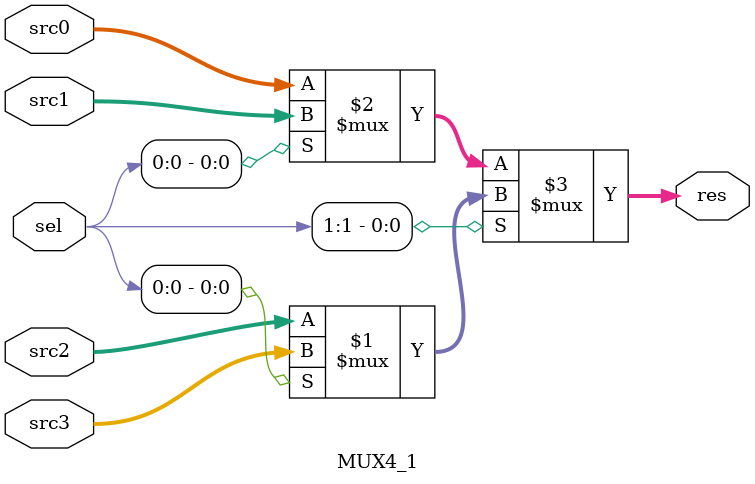
<source format=v>
module MUX4_1 # (
    parameter               WIDTH                   = 32
)(
    input                   [WIDTH-1 : 0]           src0, src1, src2, src3,
    input                   [      1 : 0]           sel,

    output                  [WIDTH-1 : 0]           res
);

    assign res = sel[1] ? (sel[0] ? src3 : src2) : (sel[0] ? src1 : src0);

endmodule
</source>
